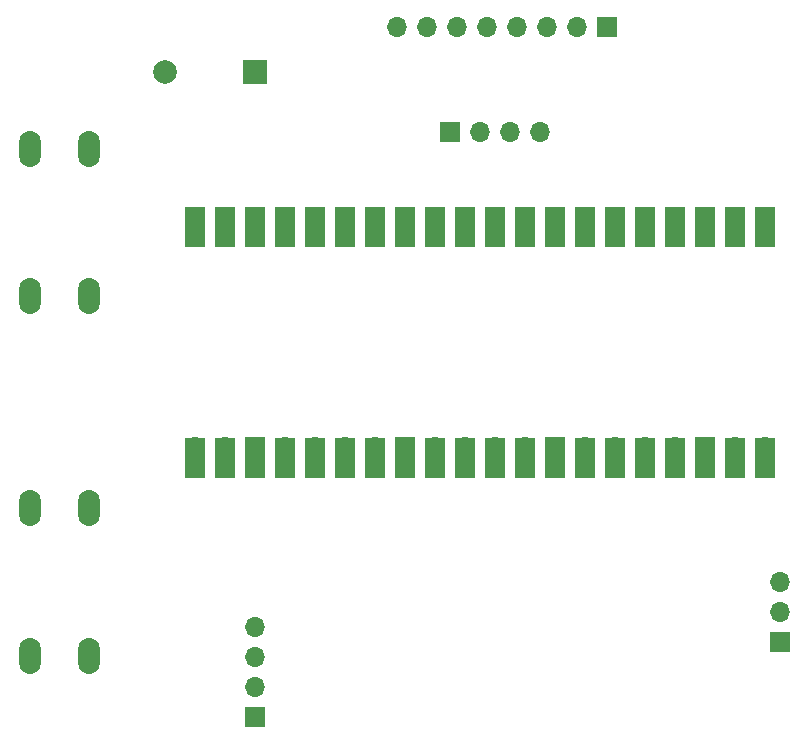
<source format=gbr>
%TF.GenerationSoftware,KiCad,Pcbnew,(6.0.11)*%
%TF.CreationDate,2024-03-14T23:03:51+01:00*%
%TF.ProjectId,circuit,63697263-7569-4742-9e6b-696361645f70,rev?*%
%TF.SameCoordinates,Original*%
%TF.FileFunction,Soldermask,Top*%
%TF.FilePolarity,Negative*%
%FSLAX46Y46*%
G04 Gerber Fmt 4.6, Leading zero omitted, Abs format (unit mm)*
G04 Created by KiCad (PCBNEW (6.0.11)) date 2024-03-14 23:03:51*
%MOMM*%
%LPD*%
G01*
G04 APERTURE LIST*
%ADD10R,2.000000X2.000000*%
%ADD11C,2.000000*%
%ADD12O,1.850000X3.048000*%
%ADD13O,1.700000X1.700000*%
%ADD14R,1.700000X3.500000*%
%ADD15R,1.700000X1.700000*%
G04 APERTURE END LIST*
D10*
%TO.C,J6*%
X100320000Y-55880000D03*
D11*
X92720000Y-55880000D03*
%TD*%
D12*
%TO.C,J5*%
X86320000Y-74840000D03*
X86320000Y-62340000D03*
X81320000Y-62340000D03*
X81320000Y-74840000D03*
%TD*%
D13*
%TO.C,U0*%
X143510000Y-69850000D03*
D14*
X143510000Y-68950000D03*
X140970000Y-68950000D03*
D13*
X140970000Y-69850000D03*
D15*
X138430000Y-69850000D03*
D14*
X138430000Y-68950000D03*
X135890000Y-68950000D03*
D13*
X135890000Y-69850000D03*
D14*
X133350000Y-68950000D03*
D13*
X133350000Y-69850000D03*
D14*
X130810000Y-68950000D03*
D13*
X130810000Y-69850000D03*
X128270000Y-69850000D03*
D14*
X128270000Y-68950000D03*
D15*
X125730000Y-69850000D03*
D14*
X125730000Y-68950000D03*
D13*
X123190000Y-69850000D03*
D14*
X123190000Y-68950000D03*
X120650000Y-68950000D03*
D13*
X120650000Y-69850000D03*
D14*
X118110000Y-68950000D03*
D13*
X118110000Y-69850000D03*
X115570000Y-69850000D03*
D14*
X115570000Y-68950000D03*
D15*
X113030000Y-69850000D03*
D14*
X113030000Y-68950000D03*
D13*
X110490000Y-69850000D03*
D14*
X110490000Y-68950000D03*
D13*
X107950000Y-69850000D03*
D14*
X107950000Y-68950000D03*
X105410000Y-68950000D03*
D13*
X105410000Y-69850000D03*
X102870000Y-69850000D03*
D14*
X102870000Y-68950000D03*
X100330000Y-68950000D03*
D15*
X100330000Y-69850000D03*
D14*
X97790000Y-68950000D03*
D13*
X97790000Y-69850000D03*
D14*
X95250000Y-68950000D03*
D13*
X95250000Y-69850000D03*
D14*
X95250000Y-88530000D03*
D13*
X95250000Y-87630000D03*
X97790000Y-87630000D03*
D14*
X97790000Y-88530000D03*
X100330000Y-88530000D03*
D15*
X100330000Y-87630000D03*
D13*
X102870000Y-87630000D03*
D14*
X102870000Y-88530000D03*
X105410000Y-88530000D03*
D13*
X105410000Y-87630000D03*
X107950000Y-87630000D03*
D14*
X107950000Y-88530000D03*
X110490000Y-88530000D03*
D13*
X110490000Y-87630000D03*
D14*
X113030000Y-88530000D03*
D15*
X113030000Y-87630000D03*
D13*
X115570000Y-87630000D03*
D14*
X115570000Y-88530000D03*
X118110000Y-88530000D03*
D13*
X118110000Y-87630000D03*
X120650000Y-87630000D03*
D14*
X120650000Y-88530000D03*
D13*
X123190000Y-87630000D03*
D14*
X123190000Y-88530000D03*
X125730000Y-88530000D03*
D15*
X125730000Y-87630000D03*
D13*
X128270000Y-87630000D03*
D14*
X128270000Y-88530000D03*
D13*
X130810000Y-87630000D03*
D14*
X130810000Y-88530000D03*
X133350000Y-88530000D03*
D13*
X133350000Y-87630000D03*
X135890000Y-87630000D03*
D14*
X135890000Y-88530000D03*
D15*
X138430000Y-87630000D03*
D14*
X138430000Y-88530000D03*
X140970000Y-88530000D03*
D13*
X140970000Y-87630000D03*
D14*
X143510000Y-88530000D03*
D13*
X143510000Y-87630000D03*
%TD*%
D12*
%TO.C,J4*%
X81320000Y-92800000D03*
X81320000Y-105300000D03*
X86320000Y-105300000D03*
X86320000Y-92800000D03*
%TD*%
D15*
%TO.C,J3*%
X144780000Y-104140000D03*
D13*
X144780000Y-101600000D03*
X144780000Y-99060000D03*
%TD*%
D15*
%TO.C,J0*%
X116840000Y-60960000D03*
D13*
X119380000Y-60960000D03*
X121920000Y-60960000D03*
X124460000Y-60960000D03*
%TD*%
D15*
%TO.C,J2*%
X130130000Y-52087500D03*
D13*
X127590000Y-52087500D03*
X125050000Y-52087500D03*
X122510000Y-52087500D03*
X119970000Y-52087500D03*
X117430000Y-52087500D03*
X114890000Y-52087500D03*
X112350000Y-52087500D03*
%TD*%
D15*
%TO.C,J1*%
X100330000Y-110490000D03*
D13*
X100330000Y-107950000D03*
X100330000Y-105410000D03*
X100330000Y-102870000D03*
%TD*%
M02*

</source>
